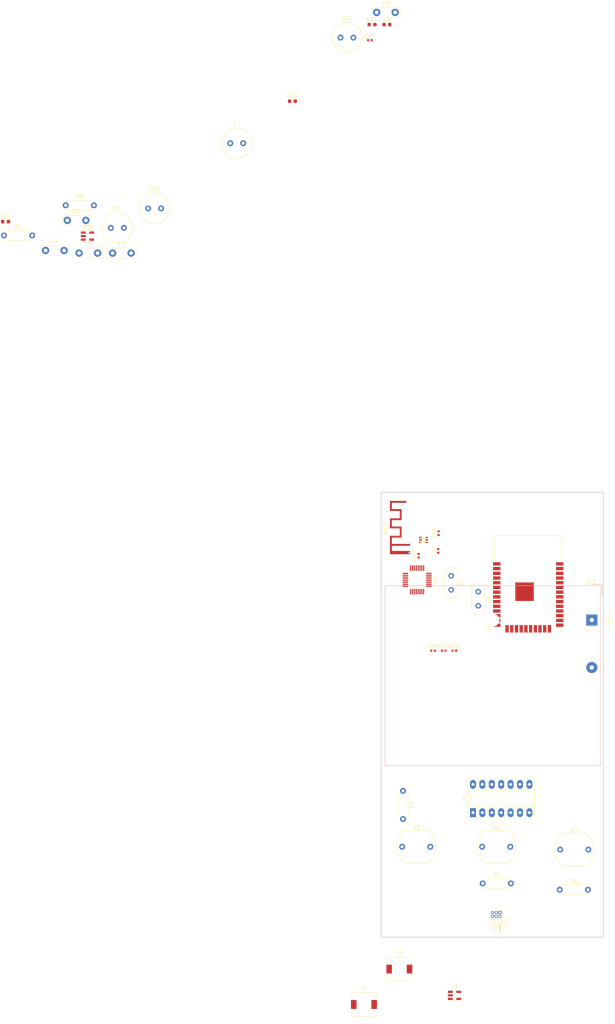
<source format=kicad_pcb>
(kicad_pcb (version 20211014) (generator pcbnew)
  (layers (0 "F.Cu" signal) (31 "B.Cu" signal) (34 "B.Paste" user) (35 "F.Paste" user) (36 "B.SilkS" user "B.Silkscreen") (37 "F.SilkS" user "F.Silkscreen") (38 "B.Mask" user) (39 "F.Mask" user) (44 "Edge.Cuts" user))
  (net 0 "")
  (net 1 "Net-(BT1-Pad1)")
  (net 2 "Net-(BT1-Pad2)")
  (net 3 "Net-(C1-Pad1)")
  (net 4 "GND")
  (net 5 "+3V3")
  (net 6 "TEMP_CS")
  (net 7 "GNDA")
  (net 8 "VSPI_MISO")
  (net 9 "VSPI_SCK")
  (net 10 "LDR1")
  (net 11 "LDR2")
  (net 12 "LDR3")
  (net 13 "VSPI_MOSI")
  (net 14 "XTAL1")
  (net 15 "XTAL2")
  (net 16 "HSPI_SCK")
  (net 17 "HSPI_MISO")
  (net 18 "HSPI_MOSI")
  (net 19 "HSPI_CS")
  (net 20 "LDR_CS")
  (net 21 "VSPI_CS")
  (net 23 "Net-(ANT1-Pad1)")
  (net 24 "+1V8")
  (net 25 "Net-(L1-Pad2)")
  (net 26 "RST")
  (net 29 "DEEP_SLEEP")
  (net 31 "RF_CS")
  (net 46 "Net-(L2-Pad2)")
  (net 47 "Net-(U4-Pad1)")
  (net 48 "Net-(C10-Pad2)")
  (net 51 "XTAL2_RF")
  (net 52 "XTAL1_RF")
  (net 53 "Net-(C11-Pad2)")
  (net 56 "Net-(C12-Pad1)")
  (net 57 "Net-(C13-Pad1)")
  (net 58 "Net-(C14-Pad2)")
  (net 59 "RFP")
  (net 60 "RFN")
  (footprint "Resistor_THT:R_Axial_DIN0207_L6.3mm_D2.5mm_P7.62mm_Horizontal" (layer "F.Cu") (at 13.178 -31.308)
    (fp_text reference "R1" (at 3.81 -2.37) (layer "F.SilkS"))
    (fp_text value "10k")
    (fp_line (start 0.54 -1.37) (end 7.08 -1.37) (layer "F.SilkS") (width 0.12))
    (fp_line (start 0.54 -1.04) (end 0.54 -1.37) (layer "F.SilkS") (width 0.12))
    (fp_line (start 7.08 1.37) (end 7.08 1.04) (layer "F.SilkS") (width 0.12))
    (fp_line (start 0.54 1.04) (end 0.54 1.37) (layer "F.SilkS") (width 0.12))
    (fp_line (start 0.54 1.37) (end 7.08 1.37) (layer "F.SilkS") (width 0.12))
    (fp_line (start 7.08 -1.37) (end 7.08 -1.04) (layer "F.SilkS") (width 0.12))
    (pad "1" thru_hole circle (at 0 0) (size 1.6 1.6) (drill 0.8) (layers *.Cu *.Mask) (net 3 "Net-(C1-Pad1)"))
    (pad "2" thru_hole oval (at 7.62 0) (size 1.6 1.6) (drill 0.8) (layers *.Cu *.Mask) (net 5 "+3V3"))
  )
  (footprint "Capacitor_SMD:C_0402_1005Metric" (layer "F.Cu") (at 134.74 80.7)
    (fp_text reference "C18" (at 0 -1.16) (layer "F.SilkS"))
    (fp_text value "12p")
    (fp_line (start -0.107836 -0.36) (end 0.107836 -0.36) (layer "F.SilkS") (width 0.12))
    (fp_line (start -0.107836 0.36) (end 0.107836 0.36) (layer "F.SilkS") (width 0.12))
    (pad "1" smd roundrect (at -0.48 0) (size 0.56 0.62) (layers "F.Cu" "F.Paste" "F.Mask") (net 14 "XTAL1"))
    (pad "2" smd roundrect (at 0.48 0) (size 0.56 0.62) (layers "F.Cu" "F.Paste" "F.Mask") (net 4 "GND"))
  )
  (footprint "Package_DIP:DIP-14_W7.62mm_Socket_LongPads" (layer "F.Cu") (at 139.775 124.4 90)
    (fp_text reference "U5" (at 3.81 -2.33 90) (layer "F.SilkS"))
    (fp_text value "MCP3204")
    (fp_line (start 6.06 16.57) (end 6.06 -1.33) (layer "F.SilkS") (width 0.12))
    (fp_line (start -1.44 -1.39) (end -1.44 16.63) (layer "F.SilkS") (width 0.12))
    (fp_line (start -1.44 16.63) (end 9.06 16.63) (layer "F.SilkS") (width 0.12))
    (fp_line (start 9.06 -1.39) (end -1.44 -1.39) (layer "F.SilkS") (width 0.12))
    (fp_line (start 1.56 -1.33) (end 1.56 16.57) (layer "F.SilkS") (width 0.12))
    (fp_line (start 6.06 -1.33) (end 4.81 -1.33) (layer "F.SilkS") (width 0.12))
    (fp_line (start 2.81 -1.33) (end 1.56 -1.33) (layer "F.SilkS") (width 0.12))
    (fp_line (start 1.56 16.57) (end 6.06 16.57) (layer "F.SilkS") (width 0.12))
    (fp_line (start 9.06 16.63) (end 9.06 -1.39) (layer "F.SilkS") (width 0.12))
    (fp_arc (start 4.81 -1.33) (mid 3.81 -0.33) (end 2.81 -1.33) (layer "F.SilkS") (width 0.12))
    (pad "1" thru_hole rect (at 0 0 90) (size 2.4 1.6) (drill 0.8) (layers *.Cu *.Mask) (net 10 "LDR1"))
    (pad "2" thru_hole oval (at 0 2.54 90) (size 2.4 1.6) (drill 0.8) (layers *.Cu *.Mask) (net 11 "LDR2"))
    (pad "3" thru_hole oval (at 0 5.08 90) (size 2.4 1.6) (drill 0.8) (layers *.Cu *.Mask) (net 12 "LDR3"))
    (pad "4" thru_hole oval (at 0 7.62 90) (size 2.4 1.6) (drill 0.8) (layers *.Cu *.Mask) (net 4 "GND"))
    (pad "5" thru_hole oval (at 0 10.16 90) (size 2.4 1.6) (drill 0.8) (layers *.Cu *.Mask))
    (pad "6" thru_hole oval (at 0 12.7 90) (size 2.4 1.6) (drill 0.8) (layers *.Cu *.Mask))
    (pad "7" thru_hole oval (at 0 15.24 90) (size 2.4 1.6) (drill 0.8) (layers *.Cu *.Mask) (net 4 "GND"))
    (pad "8" thru_hole oval (at 7.62 15.24 90) (size 2.4 1.6) (drill 0.8) (layers *.Cu *.Mask) (net 20 "LDR_CS"))
    (pad "9" thru_hole oval (at 7.62 12.7 90) (size 2.4 1.6) (drill 0.8) (layers *.Cu *.Mask) (net 18 "HSPI_MOSI"))
    (pad "10" thru_hole oval (at 7.62 10.16 90) (size 2.4 1.6) (drill 0.8) (layers *.Cu *.Mask) (net 17 "HSPI_MISO"))
    (pad "11" thru_hole oval (at 7.62 7.62 90) (size 2.4 1.6) (drill 0.8) (layers *.Cu *.Mask) (net 16 "HSPI_SCK"))
    (pad "12" thru_hole oval (at 7.62 5.08 90) (size 2.4 1.6) (drill 0.8) (layers *.Cu *.Mask) (net 7 "GNDA"))
    (pad "13" thru_hole oval (at 7.62 2.54 90) (size 2.4 1.6) (drill 0.8) (layers *.Cu *.Mask) (net 5 "+3V3"))
    (pad "14" thru_hole oval (at 7.62 0 90) (size 2.4 1.6) (drill 0.8) (layers *.Cu *.Mask) (net 5 "+3V3"))
  )
  (footprint "Capacitor_SMD:C_0402_1005Metric" (layer "F.Cu") (at 131.87 80.7)
    (fp_text reference "C16" (at 0 -1.16) (layer "F.SilkS"))
    (fp_text value "12p")
    (fp_line (start -0.107836 -0.36) (end 0.107836 -0.36) (layer "F.SilkS") (width 0.12))
    (fp_line (start -0.107836 0.36) (end 0.107836 0.36) (layer "F.SilkS") (width 0.12))
    (pad "1" smd roundrect (at -0.48 0) (size 0.56 0.62) (layers "F.Cu" "F.Paste" "F.Mask") (net 52 "XTAL1_RF"))
    (pad "2" smd roundrect (at 0.48 0) (size 0.56 0.62) (layers "F.Cu" "F.Paste" "F.Mask") (net 4 "GND"))
  )
  (footprint "SamacSys_Parts:2450FB15L0001E" (layer "F.Cu") (at 126.4 50.8 90)
    (fp_text reference "T1" (at 0 0 90) (layer "F.SilkS") (effects (font (size 1.27 1.27) (thickness 0.254))))
    (fp_text value "2450FB15L0001E" hide)
    (fp_line (start 0.65 -1.6) (end 0.65 -1.6) (layer "F.SilkS") (width 0.1))
    (fp_line (start 0.65 -1.7) (end 0.65 -1.7) (layer "F.SilkS") (width 0.1))
    (fp_arc (start 0.65 -1.6) (mid 0.6 -1.65) (end 0.65 -1.7) (layer "F.SilkS") (width 0.1))
    (fp_arc (start 0.65 -1.7) (mid 0.7 -1.65) (end 0.65 -1.6) (layer "F.SilkS") (width 0.1))
    (pad "1" smd rect locked (at 0.65 -0.8 90) (size 0.35 0.8) (layers "F.Cu" "F.Paste" "F.Mask") (net 23 "Net-(ANT1-Pad1)"))
    (pad "2" smd rect locked (at 0 -0.8 90) (size 0.35 0.8) (layers "F.Cu" "F.Paste" "F.Mask") (net 58 "Net-(C14-Pad2)"))
    (pad "3" smd rect locked (at -0.65 -0.8 90) (size 0.35 0.8) (layers "F.Cu" "F.Paste" "F.Mask") (net 60 "RFN"))
    (pad "4" smd rect locked (at -0.65 0.8 90) (size 0.35 0.8) (layers "F.Cu" "F.Paste" "F.Mask") (net 59 "RFP"))
    (pad "5" smd rect locked (at 0 0.8 90) (size 0.35 0.8) (layers "F.Cu" "F.Paste" "F.Mask") (net 4 "GND"))
    (pad "6" smd rect locked (at 0.65 0.8 90) (size 0.35 0.8) (layers "F.Cu" "F.Paste" "F.Mask") (net 4 "GND"))
  )
  (footprint "Package_TO_SOT_SMD:SOT-23-5" (layer "F.Cu") (at 134.8 173.7)
    (fp_text reference "U1" (at 0 -2.4) (layer "F.SilkS"))
    (fp_text value "TPS62202DBV")
    (fp_line (start 0 1.56) (end 0.8 1.56) (layer "F.SilkS") (width 0.12))
    (fp_line (start 0 -1.56) (end 0.8 -1.56) (layer "F.SilkS") (width 0.12))
    (fp_line (start 0 1.56) (end -0.8 1.56) (layer "F.SilkS") (width 0.12))
    (fp_line (start 0 -1.56) (end -1.8 -1.56) (layer "F.SilkS") (width 0.12))
    (pad "1" smd roundrect (at -1.1375 -0.95) (size 1.325 0.6) (layers "F.Cu" "F.Paste" "F.Mask") (net 1 "Net-(BT1-Pad1)"))
    (pad "2" smd roundrect (at -1.1375 0) (size 1.325 0.6) (layers "F.Cu" "F.Paste" "F.Mask") (net 2 "Net-(BT1-Pad2)"))
    (pad "3" smd roundrect (at -1.1375 0.95) (size 1.325 0.6) (layers "F.Cu" "F.Paste" "F.Mask") (net 1 "Net-(BT1-Pad1)"))
    (pad "4" smd roundrect (at 1.1375 0.95) (size 1.325 0.6) (layers "F.Cu" "F.Paste" "F.Mask") (net 25 "Net-(L1-Pad2)"))
    (pad "5" smd roundrect (at 1.1375 -0.95) (size 1.325 0.6) (layers "F.Cu" "F.Paste" "F.Mask") (net 24 "+1V8"))
  )
  (footprint "Inductor_SMD:L_6.3x6.3_H3" (layer "F.Cu") (at 110.35 176.15)
    (fp_text reference "L1" (at 0 -4.45) (layer "F.SilkS"))
    (fp_text value "10u")
    (fp_line (start -3.3 3.2) (end -3.3 1.5) (layer "F.SilkS") (width 0.12))
    (fp_line (start -3.3 -3.2) (end 3.3 -3.2) (layer "F.SilkS") (width 0.12))
    (fp_line (start 3.3 -3.2) (end 3.3 -1.5) (layer "F.SilkS") (width 0.12))
    (fp_line (start 3.3 1.5) (end 3.3 3.2) (layer "F.SilkS") (width 0.12))
    (fp_line (start -3.3 -1.5) (end -3.3 -3.2) (layer "F.SilkS") (width 0.12))
    (fp_line (start 3.3 3.2) (end -3.3 3.2) (layer "F.SilkS") (width 0.12))
    (pad "1" smd rect (at -2.75 0) (size 1.5 2.4) (layers "F.Cu" "F.Paste" "F.Mask") (net 24 "+1V8"))
    (pad "2" smd rect (at 2.75 0) (size 1.5 2.4) (layers "F.Cu" "F.Paste" "F.Mask") (net 25 "Net-(L1-Pad2)"))
  )
  (footprint "RF_Module:ESP32-WROOM-32" (layer "F.Cu") (at 154.7 65.55)
    (fp_text reference "U2" (at -10.61 8.43 90) (layer "F.SilkS"))
    (fp_text value "ESP32-WROOM-32D")
    (fp_line (start -9.12 -15.865) (end 9.12 -15.865) (layer "F.SilkS") (width 0.12))
    (fp_line (start -9.12 -9.445) (end -9.5 -9.445) (layer "F.SilkS") (width 0.12))
    (fp_line (start -9.12 9.1) (end -9.12 9.88) (layer "F.SilkS") (width 0.12))
    (fp_line (start -9.12 -15.865) (end -9.12 -9.445) (layer "F.SilkS") (width 0.12))
    (fp_line (start 9.12 9.1) (end 9.12 9.88) (layer "F.SilkS") (width 0.12))
    (fp_line (start 9.12 -15.865) (end 9.12 -9.445) (layer "F.SilkS") (width 0.12))
    (fp_line (start 9.12 9.88) (end 8.12 9.88) (layer "F.SilkS") (width 0.12))
    (fp_line (start -9.12 9.88) (end -8.12 9.88) (layer "F.SilkS") (width 0.12))
    (pad "1" smd rect (at -8.5 -8.255) (size 2 0.9) (layers "F.Cu" "F.Paste" "F.Mask") (net 4 "GND"))
    (pad "2" smd rect (at -8.5 -6.985) (size 2 0.9) (layers "F.Cu" "F.Paste" "F.Mask") (net 5 "+3V3"))
    (pad "3" smd rect (at -8.5 -5.715) (size 2 0.9) (layers "F.Cu" "F.Paste" "F.Mask") (net 3 "Net-(C1-Pad1)"))
    (pad "4" smd rect (at -8.5 -4.445) (size 2 0.9) (layers "F.Cu" "F.Paste" "F.Mask"))
    (pad "5" smd rect (at -8.5 -3.175) (size 2 0.9) (layers "F.Cu" "F.Paste" "F.Mask"))
    (pad "6" smd rect (at -8.5 -1.905) (size 2 0.9) (layers "F.Cu" "F.Paste" "F.Mask"))
    (pad "7" smd rect (at -8.5 -0.635) (size 2 0.9) (layers "F.Cu" "F.Paste" "F.Mask"))
    (pad "8" smd rect (at -8.5 0.635) (size 2 0.9) (layers "F.Cu" "F.Paste" "F.Mask") (net 14 "XTAL1"))
    (pad "9" smd rect (at -8.5 1.905) (size 2 0.9) (layers "F.Cu" "F.Paste" "F.Mask") (net 15 "XTAL2"))
    (pad "10" smd rect (at -8.5 3.175) (size 2 0.9) (layers "F.Cu" "F.Paste" "F.Mask"))
    (pad "11" smd rect (at -8.5 4.445) (size 2 0.9) (layers "F.Cu" "F.Paste" "F.Mask"))
    (pad "12" smd rect (at -8.5 5.715) (size 2 0.9) (layers "F.Cu" "F.Paste" "F.Mask"))
    (pad "13" smd rect (at -8.5 6.985) (size 2 0.9) (layers "F.Cu" "F.Paste" "F.Mask") (net 16 "HSPI_SCK"))
    (pad "14" smd rect (at -8.5 8.255) (size 2 0.9) (layers "F.Cu" "F.Paste" "F.Mask") (net 17 "HSPI_MISO"))
    (pad "15" smd rect (at -5.715 9.255 90) (size 2 0.9) (layers "F.Cu" "F.Paste" "F.Mask") (net 4 "GND"))
    (pad "16" smd rect (at -4.445 9.255 90) (size 2 0.9) (layers "F.Cu" "F.Paste" "F.Mask") (net 18 "HSPI_MOSI"))
    (pad "17" smd rect (at -3.175 9.255 90) (size 2 0.9) (layers "F.Cu" "F.Paste" "F.Mask"))
    (pad "18" smd rect (at -1.905 9.255 90) (size 2 0.9) (layers "F.Cu" "F.Paste" "F.Mask"))
    (pad "19" smd rect (at -0.635 9.255 90) (size 2 0.9) (layers "F.Cu" "F.Paste" "F.Mask"))
    (pad "20" smd rect (at 0.635 9.255 90) (size 2 0.9) (layers "F.Cu" "F.Paste" "F.Mask"))
    (pad "21" smd rect (at 1.905 9.255 90) (size 2 0.9) (layers "F.Cu" "F.Paste" "F.Mask"))
    (pad "22" smd rect (at 3.175 9.255 90) (size 2 0.9) (layers "F.Cu" "F.Paste" "F.Mask"))
    (pad "23" smd rect (at 4.445 9.255 90) (size 2 0.9) (layers "F.Cu" "F.Paste" "F.Mask") (net 19 "HSPI_CS"))
    (pad "24" smd rect (at 5.715 9.255 90) (size 2 0.9) (layers "F.Cu" "F.Paste" "F.Mask"))
    (pad "25" smd rect (at 8.5 8.255) (size 2 0.9) (layers "F.Cu" "F.Paste" "F.Mask"))
    (pad "26" smd rect (at 8.5 6.985) (size 2 0.9) (layers "F.Cu" "F.Paste" "F.Mask") (net 20 "LDR_CS"))
    (pad "27" smd rect (at 8.5 5.715) (size 2 0.9) (layers "F.Cu" "F.Paste" "F.Mask") (net 6 "TEMP_CS"))
    (pad "28" smd rect (at 8.5 4.445) (size 2 0.9) (layers "F.Cu" "F.Paste" "F.Mask") (net 31 "RF_CS"))
    (pad "29" smd rect (at 8.5 3.175) (size 2 0.9) (layers "F.Cu" "F.Paste" "F.Mask") (net 21 "VSPI_CS"))
    (pad "30" smd rect (at 8.5 1.905) (size 2 0.9) (layers "F.Cu" "F.Paste" "F.Mask") (net 9 "VSPI_SCK"))
    (pad "31" smd rect (at 8.5 0.635) (size 2 0.9) (layers "F.Cu" "F.Paste" "F.Mask") (net 8 "VSPI_MISO"))
    (pad "32" smd rect (at 8.5 -0.635) (size 2 0.9) (layers "F.Cu" "F.Paste" "F.Mask"))
    (pad "33" smd rect (at 8.5 -1.905) (size 2 0.9) (layers "F.Cu" "F.Paste" "F.Mask") (net 29 "DEEP_SLEEP"))
    (pad "34" smd rect (at 8.5 -3.175) (size 2 0.9) (layers "F.Cu" "F.Paste" "F.Mask"))
    (pad "35" smd rect (at 8.5 -4.445) (size 2 0.9) (layers "F.Cu" "F.Paste" "F.Mask"))
    (pad "36" smd rect (at 8.5 -5.715) (size 2 0.9) (layers "F.Cu" "F.Paste" "F.Mask") (net 26 "RST"))
    (pad "37" smd rect (at 8.5 -6.985) (size 2 0.9) (layers "F.Cu" "F.Paste" "F.Mask") (net 13 "VSPI_MOSI"))
    (pad "38" smd rect (at 8.5 -8.255) (size 2 0.9) (layers "F.Cu" "F.Paste" "F.Mask") (net 4 "GND"))
    (pad "39" smd rect (at -1 -0.755) (size 5 5) (layers "F.Cu" "F.Paste" "F.Mask") (net 4 "GND"))
  )
  (footprint "OptoDevice:R_LDR_10x8.5mm_P7.6mm_Vertical" (layer "F.Cu") (at 142.25 133.604)
    (fp_text reference "R5" (at 3.8 -5.2) (layer "F.SilkS"))
    (fp_text value "LDR03")
    (fp_line (start 0.8 -4.4) (end 6.8 -4.4) (layer "F.SilkS") (width 0.12))
    (fp_line (start 0.8 4.4) (end 6.8 4.4) (layer "F.SilkS") (width 0.12))
    (fp_arc (start 0.8 4.4) (mid -1.525374 0.019809) (end 0.76735 -4.37756) (layer "F.SilkS") (width 0.12))
    (fp_arc (start 6.8 -4.4) (mid 9.125374 -0.019809) (end 6.83265 4.37756) (layer "F.SilkS") (width 0.12))
    (pad "1" thru_hole circle (at 0 0) (size 1.6 1.6) (drill 0.8) (layers *.Cu *.Mask) (net 11 "LDR2"))
    (pad "2" thru_hole circle (at 7.6 0) (size 1.6 1.6) (drill 0.8) (layers *.Cu *.Mask) (net 7 "GNDA"))
  )
  (footprint "Resistor_THT:R_Axial_DIN0207_L6.3mm_D2.5mm_P7.62mm_Horizontal" (layer "F.Cu") (at 142.39 143.5)
    (fp_text reference "R4" (at 3.81 -2.37) (layer "F.SilkS"))
    (fp_text value "330k")
    (fp_line (start 7.08 1.37) (end 7.08 1.04) (layer "F.SilkS") (width 0.12))
    (fp_line (start 0.54 -1.37) (end 7.08 -1.37) (layer "F.SilkS") (width 0.12))
    (fp_line (start 0.54 1.04) (end 0.54 1.37) (layer "F.SilkS") (width 0.12))
    (fp_line (start 7.08 -1.37) (end 7.08 -1.04) (layer "F.SilkS") (width 0.12))
    (fp_line (start 0.54 1.37) (end 7.08 1.37) (layer "F.SilkS") (width 0.12))
    (fp_line (start 0.54 -1.04) (end 0.54 -1.37) (layer "F.SilkS") (width 0.12))
    (pad "1" thru_hole circle (at 0 0) (size 1.6 1.6) (drill 0.8) (layers *.Cu *.Mask) (net 5 "+3V3"))
    (pad "2" thru_hole oval (at 7.62 0) (size 1.6 1.6) (drill 0.8) (layers *.Cu *.Mask) (net 11 "LDR2"))
  )
  (footprint "Crystal:Crystal_HC52-6mm_Vertical" (layer "F.Cu") (at 133.9 60.5 -90)
    (fp_text reference "Y1" (at 1.9 -2.85 90) (layer "F.SilkS"))
    (fp_text value "16M")
    (fp_line (start -0.45 -1.85) (end 4.25 -1.85) (layer "F.SilkS") (width 0.12))
    (fp_line (start -0.45 1.85) (end 4.25 1.85) (layer "F.SilkS") (width 0.12))
    (fp_arc (start -0.45 1.85) (mid -2.3 0) (end -0.45 -1.85) (layer "F.SilkS") (width 0.12))
    (fp_arc (start 4.25 -1.85) (mid 6.1 0) (end 4.25 1.85) (layer "F.SilkS") (width 0.12))
    (pad "1" thru_hole circle (at 0 0 270) (size 1.5 1.5) (drill 0.8) (layers *.Cu *.Mask) (net 52 "XTAL1_RF"))
    (pad "2" thru_hole circle (at 3.8 0 270) (size 1.5 1.5) (drill 0.8) (layers *.Cu *.Mask) (net 51 "XTAL2_RF"))
  )
  (footprint "Resistor_THT:R_Axial_DIN0207_L6.3mm_D2.5mm_P7.62mm_Horizontal" (layer "F.Cu") (at 163.19 145.2)
    (fp_text reference "R6" (at 3.81 -2.37) (layer "F.SilkS"))
    (fp_text value "330k")
    (fp_line (start 7.08 -1.37) (end 7.08 -1.04) (layer "F.SilkS") (width 0.12))
    (fp_line (start 0.54 1.04) (end 0.54 1.37) (layer "F.SilkS") (width 0.12))
    (fp_line (start 0.54 1.37) (end 7.08 1.37) (layer "F.SilkS") (width 0.12))
    (fp_line (start 7.08 1.37) (end 7.08 1.04) (layer "F.SilkS") (width 0.12))
    (fp_line (start 0.54 -1.04) (end 0.54 -1.37) (layer "F.SilkS") (width 0.12))
    (fp_line (start 0.54 -1.37) (end 7.08 -1.37) (layer "F.SilkS") (width 0.12))
    (pad "1" thru_hole circle (at 0 0) (size 1.6 1.6) (drill 0.8) (layers *.Cu *.Mask) (net 5 "+3V3"))
    (pad "2" thru_hole oval (at 7.62 0) (size 1.6 1.6) (drill 0.8) (layers *.Cu *.Mask) (net 12 "LDR3"))
  )
  (footprint "Capacitor_SMD:C_0402_1005Metric" (layer "F.Cu") (at 129 80.7)
    (fp_text reference "C19" (at 0 -1.16) (layer "F.SilkS"))
    (fp_text value "12p")
    (fp_line (start -0.107836 -0.36) (end 0.107836 -0.36) (layer "F.SilkS") (width 0.12))
    (fp_line (start -0.107836 0.36) (end 0.107836 0.36) (layer "F.SilkS") (width 0.12))
    (pad "1" smd roundrect (at -0.48 0) (size 0.56 0.62) (layers "F.Cu" "F.Paste" "F.Mask") (net 15 "XTAL2"))
    (pad "2" smd roundrect (at 0.48 0) (size 0.56 0.62) (layers "F.Cu" "F.Paste" "F.Mask") (net 4 "GND"))
  )
  (footprint "Capacitor_SMD:C_0402_1005Metric" (layer "F.Cu") (at 130.5 49.02 90)
    (fp_text reference "C14" (at 0 -1.16 90) (layer "F.SilkS"))
    (fp_text value "22p")
    (fp_line (start -0.107836 -0.36) (end 0.107836 -0.36) (layer "F.SilkS") (width 0.12))
    (fp_line (start -0.107836 0.36) (end 0.107836 0.36) (layer "F.SilkS") (width 0.12))
    (pad "1" smd roundrect (at -0.48 0 90) (size 0.56 0.62) (layers "F.Cu" "F.Paste" "F.Mask") (net 4 "GND"))
    (pad "2" smd roundrect (at 0.48 0 90) (size 0.56 0.62) (layers "F.Cu" "F.Paste" "F.Mask") (net 58 "Net-(C14-Pad2)"))
  )
  (footprint "Package_TO_SOT_SMD:SOT-23-5" (layer "F.Cu") (at 35.718 -31.138)
    (fp_text reference "U3" (at 0 -2.4) (layer "F.SilkS"))
    (fp_text value "TPS62203DBV")
    (fp_line (start 0 -1.56) (end 0.8 -1.56) (layer "F.SilkS") (width 0.12))
    (fp_line (start 0 -1.56) (end -1.8 -1.56) (layer "F.SilkS") (width 0.12))
    (fp_line (start 0 1.56) (end -0.8 1.56) (layer "F.SilkS") (width 0.12))
    (fp_line (start 0 1.56) (end 0.8 1.56) (layer "F.SilkS") (width 0.12))
    (pad "1" smd roundrect (at -1.1375 -0.95) (size 1.325 0.6) (layers "F.Cu" "F.Paste" "F.Mask") (net 1 "Net-(BT1-Pad1)"))
    (pad "2" smd roundrect (at -1.1375 0) (size 1.325 0.6) (layers "F.Cu" "F.Paste" "F.Mask") (net 2 "Net-(BT1-Pad2)"))
    (pad "3" smd roundrect (at -1.1375 0.95) (size 1.325 0.6) (layers "F.Cu" "F.Paste" "F.Mask") (net 1 "Net-(BT1-Pad1)"))
    (pad "4" smd roundrect (at 1.1375 0.95) (size 1.325 0.6) (layers "F.Cu" "F.Paste" "F.Mask") (net 46 "Net-(L2-Pad2)"))
    (pad "5" smd roundrect (at 1.1375 -0.95) (size 1.325 0.6) (layers "F.Cu" "F.Paste" "F.Mask") (net 5 "+3V3"))
  )
  (footprint "Capacitor_THT:C_Disc_D7.5mm_W2.5mm_P5.00mm" (layer "F.Cu") (at 24.398 -27.258)
    (fp_text reference "C4" (at 2.5 -2.5) (layer "F.SilkS"))
    (fp_text value "10u")
    (fp_line (start -1.37 -1.37) (end 6.37 -1.37) (layer "F.SilkS") (width 0.12))
    (fp_line (start -1.37 -1.37) (end -1.37 1.37) (layer "F.SilkS") (width 0.12))
    (fp_line (start -1.37 1.37) (end 6.37 1.37) (layer "F.SilkS") (width 0.12))
    (fp_line (start 6.37 -1.37) (end 6.37 1.37) (layer "F.SilkS") (width 0.12))
    (pad "1" thru_hole circle (at 0 0) (size 2 2) (drill 1) (layers *.Cu *.Mask) (net 24 "+1V8"))
    (pad "2" thru_hole circle (at 5 0) (size 2 2) (drill 1) (layers *.Cu *.Mask) (net 2 "Net-(BT1-Pad2)"))
  )
  (footprint "Capacitor_SMD:C_0402_1005Metric" (layer "F.Cu") (at 111.968 -83.998)
    (fp_text reference "C17" (at 0 -1.16) (layer "F.SilkS"))
    (fp_text value "12p")
    (fp_line (start -0.107836 0.36) (end 0.107836 0.36) (layer "F.SilkS") (width 0.12))
    (fp_line (start -0.107836 -0.36) (end 0.107836 -0.36) (layer "F.SilkS") (width 0.12))
    (pad "1" smd roundrect (at -0.48 0) (size 0.56 0.62) (layers "F.Cu" "F.Paste" "F.Mask") (net 51 "XTAL2_RF"))
    (pad "2" smd roundrect (at 0.48 0) (size 0.56 0.62) (layers "F.Cu" "F.Paste" "F.Mask") (net 4 "GND"))
  )
  (footprint "Capacitor_THT:C_Disc_D7.5mm_W2.5mm_P5.00mm" (layer "F.Cu") (at 30.278 -35.388)
    (fp_text reference "C2" (at 2.5 -2.5) (layer "F.SilkS"))
    (fp_text value "4.7u")
    (fp_line (start -1.37 1.37) (end 6.37 1.37) (layer "F.SilkS") (width 0.12))
    (fp_line (start -1.37 -1.37) (end 6.37 -1.37) (layer "F.SilkS") (width 0.12))
    (fp_line (start -1.37 -1.37) (end -1.37 1.37) (layer "F.SilkS") (width 0.12))
    (fp_line (start 6.37 -1.37) (end 6.37 1.37) (layer "F.SilkS") (width 0.12))
    (pad "1" thru_hole circle (at 0 0) (size 2 2) (drill 1) (layers *.Cu *.Mask) (net 1 "Net-(BT1-Pad1)"))
    (pad "2" thru_hole circle (at 5 0) (size 2 2) (drill 1) (layers *.Cu *.Mask) (net 2 "Net-(BT1-Pad2)"))
  )
  (footprint "Capacitor_THT:C_Radial_D8.0mm_H11.5mm_P3.50mm" (layer "F.Cu") (at 104.008 -84.688)
    (fp_text reference "C15" (at 1.75 -5.25) (layer "F.SilkS"))
    (fp_text value "1u")
    (fp_circle (center 1.75 0) (end 5.87 0) (layer "F.SilkS") (width 0.12) (fill none))
    (pad "1" thru_hole circle (at 0 0) (size 1.6 1.6) (drill 0.8) (layers *.Cu *.Mask) (net 4 "GND"))
    (pad "2" thru_hole circle (at 3.5 0) (size 1.6 1.6) (drill 0.8) (layers *.Cu *.Mask) (net 5 "+3V3"))
  )
  (footprint "OptoDevice:R_LDR_10x8.5mm_P7.6mm_Vertical" (layer "F.Cu") (at 120.66 133.604)
    (fp_text reference "R3" (at 3.8 -5.2) (layer "F.SilkS"))
    (fp_text value "LDR03")
    (fp_line (start 0.8 -4.4) (end 6.8 -4.4) (layer "F.SilkS") (width 0.12))
    (fp_line (start 0.8 4.4) (end 6.8 4.4) (layer "F.SilkS") (width 0.12))
    (fp_arc (start 6.8 -4.4) (mid 9.125374 -0.019809) (end 6.83265 4.37756) (layer "F.SilkS") (width 0.12))
    (fp_arc (start 0.8 4.4) (mid -1.525374 0.019809) (end 0.76735 -4.37756) (layer "F.SilkS") (width 0.12))
    (pad "1" thru_hole circle (at 0 0) (size 1.6 1.6) (drill 0.8) (layers *.Cu *.Mask) (net 10 "LDR1"))
    (pad "2" thru_hole circle (at 7.6 0) (size 1.6 1.6) (drill 0.8) (layers *.Cu *.Mask) (net 7 "GNDA"))
  )
  (footprint "Capacitor_THT:C_Radial_D8.0mm_H11.5mm_P3.50mm" (layer "F.Cu") (at 42.048 -33.358)
    (fp_text reference "C1" (at 1.75 -5.25) (layer "F.SilkS"))
    (fp_text value "1u")
    (fp_circle (center 1.75 0) (end 5.87 0) (layer "F.SilkS") (width 0.12) (fill none))
    (pad "1" thru_hole circle (at 0 0) (size 1.6 1.6) (drill 0.8) (layers *.Cu *.Mask) (net 3 "Net-(C1-Pad1)"))
    (pad "2" thru_hole circle (at 3.5 0) (size 1.6 1.6) (drill 0.8) (layers *.Cu *.Mask) (net 4 "GND"))
  )
  (footprint "Capacitor_SMD:C_0402_1005Metric" (layer "F.Cu") (at 130.4 53.8 90)
    (fp_text reference "C12" (at 0 -1.16 90) (layer "F.SilkS"))
    (fp_text value "22p")
    (fp_line (start -0.107836 -0.36) (end 0.107836 -0.36) (layer "F.SilkS") (width 0.12))
    (fp_line (start -0.107836 0.36) (end 0.107836 0.36) (layer "F.SilkS") (width 0.12))
    (pad "1" smd roundrect (at -0.48 0 90) (size 0.56 0.62) (layers "F.Cu" "F.Paste" "F.Mask") (net 56 "Net-(C12-Pad1)"))
    (pad "2" smd roundrect (at 0.48 0 90) (size 0.56 0.62) (layers "F.Cu" "F.Paste" "F.Mask") (net 59 "RFP"))
  )
  (footprint "Connector_PinHeader_1.00mm:PinHeader_2x03_P1.00mm_Horizontal" (layer "F.Cu") (at 147.066 151.384 -90)
    (fp_text reference "IC1" (at 2.3 -1.5 90) (layer "F.SilkS"))
    (fp_text value "TMP126NDCKR")
    (fp_line (start 5.16 2.21) (end 3.16 2.21) (layer "F.SilkS") (width 0.12))
    (fp_line (start -0.685 -0.685) (end 0 -0.685) (layer "F.SilkS") (width 0.12))
    (fp_line (start 5.16 0.79) (end 5.16 1.21) (layer "F.SilkS") (width 0.12))
    (fp_line (start 1.84 1.5) (end 3.16 1.5) (layer "F.SilkS") (width 0.12))
    (fp_line (start 3.16 2.56) (end 3.16 -0.56) (layer "F.SilkS") (width 0.12))
    (fp_line (start 3.16 0.79) (end 5.16 0.79) (layer "F.SilkS") (width 0.12))
    (fp_line (start 5.16 1.79) (end 5.16 2.21) (layer "F.SilkS") (width 0.12))
    (fp_line (start 3.16 -0.03) (end 5.16 -0.03) (layer "F.SilkS") (width 0.12))
    (fp_line (start 5.16 -0.21) (end 5.16 0.21) (layer "F.SilkS") (width 0.12))
    (fp_line (start 1.652016 2.21) (end 1.84 2.21) (layer "F.SilkS") (width 0.12))
    (fp_line (start 1.84 -0.56) (end 1.84 2.56) (layer "F.SilkS") (width 0.12))
    (fp_line (start 3.16 1.79) (end 5.16 1.79) (layer "F.SilkS") (width 0.12))
    (fp_line (start 3.16 -0.21) (end 5.16 -0.21) (layer "F.SilkS") (width 0.12))
    (fp_line (start 1.652016 0.79) (end 1.84 0.79) (layer "F.SilkS") (width 0.12))
    (fp_line (start 1.84 0.5) (end 3.16 0.5) (layer "F.SilkS") (width 0.12))
    (fp_line (start 3.16 -0.15) (end 5.16 -0.15) (layer "F.SilkS") (width 0.12))
    (fp_line (start 5.16 0.21) (end 3.16 0.21) (layer "F.SilkS") (width 0.12))
    (fp_line (start 5.16 1.21) (end 3.16 1.21) (layer "F.SilkS") (width 0.12))
    (fp_line (start 1.652016 0.21) (end 1.84 0.21) (layer "F.SilkS") (width 0.12))
    (fp_line (start 1.652016 1.79) (end 1.84 1.79) (layer "F.SilkS") (width 0.12))
    (fp_line (start 3.16 -0.56) (end 1.84 -0.56) (layer "F.SilkS") (width 0.12))
    (fp_line (start 1.652016 -0.21) (end 1.84 -0.21) (layer "F.SilkS") (width 0.12))
    (fp_line (start 1.84 2.56) (end 3.16 2.56) (layer "F.SilkS") (width 0.12))
    (fp_line (start -0.685 0) (end -0.685 -0.685) (layer "F.SilkS") (width 0.12))
    (fp_line (start 3.16 0.09) (end 5.16 0.09) (layer "F.SilkS") (width 0.12))
    (fp_line (start 1.652016 1.21) (end 1.84 1.21) (layer "F.SilkS") (width 0.12))
    (pad "1" thru_hole rect (at 0 0 270) (size 0.85 0.85) (drill 0.5) (layers *.Cu *.Mask) (net 6 "TEMP_CS"))
    (pad "2" thru_hole oval (at 1 0 270) (size 0.85 0.85) (drill 0.5) (layers *.Cu *.Mask) (net 7 "GNDA"))
    (pad "3" thru_hole oval (at 0 1 270) (size 0.85 0.85) (drill 0.5) (layers *.Cu *.Mask) (net 8 "VSPI_MISO"))
    (pad "4" thru_hole oval (at 1 1 270) (size 0.85 0.85) (drill 0.5) (layers *.Cu *.Mask) (net 9 "VSPI_SCK"))
    (pad "5" thru_hole oval (at 0 2 270) (size 0.85 0.85) (drill 0.5) (layers *.Cu *.Mask) (net 4 "GND"))
    (pad "6" thru_hole oval (at 1 2 270) (size 0.85 0.85) (drill 0.5) (layers *.Cu *.Mask) (net 5 "+3V3"))
  )
  (footprint "Capacitor_SMD:C_0603_1608Metric" (layer "F.Cu") (at 112.538 -88.208)
    (fp_text reference "C11" (at 0 -1.43) (layer "F.SilkS"))
    (fp_text value "100n")
    (fp_line (start -0.14058 -0.51) (end 0.14058 -0.51) (layer "F.SilkS") (width 0.12))
    (fp_line (start -0.14058 0.51) (end 0.14058 0.51) (layer "F.SilkS") (width 0.12))
    (pad "1" smd roundrect (at -0.775 0) (size 0.9 0.95) (layers "F.Cu" "F.Paste" "F.Mask") (net 4 "GND"))
    (pad "2" smd roundrect (at 0.775 0) (size 0.9 0.95) (layers "F.Cu" "F.Paste" "F.Mask") (net 53 "Net-(C11-Pad2)"))
  )
  (footprint "Crystal:Crystal_HC52-6mm_Vertical" (layer "F.Cu") (at 141.2 64.8 -90)
    (fp_text reference "Y2" (at 1.9 -2.85 90) (layer "F.SilkS"))
    (fp_text value "40M")
    (fp_line (start -0.45 -1.85) (end 4.25 -1.85) (layer "F.SilkS") (width 0.12))
    (fp_line (start -0.45 1.85) (end 4.25 1.85) (layer "F.SilkS") (width 0.12))
    (fp_arc (start 4.25 -1.85) (mid 6.1 0) (end 4.25 1.85) (layer "F.SilkS") (width 0.12))
    (fp_arc (start -0.45 1.85) (mid -2.3 0) (end -0.45 -1.85) (layer "F.SilkS") (width 0.12))
    (pad "1" thru_hole circle (at 0 0 270) (size 1.5 1.5) (drill 0.8) (layers *.Cu *.Mask) (net 14 "XTAL1"))
    (pad "2" thru_hole circle (at 3.8 0 270) (size 1.5 1.5) (drill 0.8) (layers *.Cu *.Mask) (net 15 "XTAL2"))
  )
  (footprint "Capacitor_THT:C_Radial_D8.0mm_H11.5mm_P3.50mm" (layer "F.Cu") (at 52.098 -38.608)
    (fp_text reference "C20" (at 1.75 -5.25) (layer "F.SilkS"))
    (fp_text value "0.1u")
    (fp_circle (center 1.75 0) (end 5.87 0) (layer "F.SilkS") (width 0.12) (fill none))
    (pad "1" thru_hole circle (at 0 0) (size 1.6 1.6) (drill 0.8) (layers *.Cu *.Mask) (net 5 "+3V3"))
    (pad "2" thru_hole circle (at 3.5 0) (size 1.6 1.6) (drill 0.8) (layers *.Cu *.Mask) (net 4 "GND"))
  )
  (footprint "Capacitor_SMD:C_0402_1005Metric" (layer "F.Cu") (at 125.1 55.08 90)
    (fp_text reference "C13" (at 0 -1.16 90) (layer "F.SilkS"))
    (fp_text value "22p")
    (fp_line (start -0.107836 0.36) (end 0.107836 0.36) (layer "F.SilkS") (width 0.12))
    (fp_line (start -0.107836 -0.36) (end 0.107836 -0.36) (layer "F.SilkS") (width 0.12))
    (pad "1" smd roundrect (at -0.48 0 90) (size 0.56 0.62) (layers "F.Cu" "F.Paste" "F.Mask") (net 57 "Net-(C13-Pad1)"))
    (pad "2" smd roundrect (at 0.48 0 90) (size 0.56 0.62) (layers "F.Cu" "F.Paste" "F.Mask") (net 60 "RFN"))
  )
  (footprint "Capacitor_THT:C_Disc_D7.5mm_W2.5mm_P5.00mm" (layer "F.Cu") (at 33.448 -26.558)
    (fp_text reference "C6" (at 2.5 -2.5) (layer "F.SilkS"))
    (fp_text value "10u")
    (fp_line (start -1.37 -1.37) (end -1.37 1.37) (layer "F.SilkS") (width 0.12))
    (fp_line (start -1.37 1.37) (end 6.37 1.37) (layer "F.SilkS") (width 0.12))
    (fp_line (start -1.37 -1.37) (end 6.37 -1.37) (layer "F.SilkS") (width 0.12))
    (fp_line (start 6.37 -1.37) (end 6.37 1.37) (layer "F.SilkS") (width 0.12))
    (pad "1" thru_hole circle (at 0 0) (size 2 2) (drill 1) (layers *.Cu *.Mask) (net 5 "+3V3"))
    (pad "2" thru_hole circle (at 5 0) (size 2 2) (drill 1) (layers *.Cu *.Mask) (net 2 "Net-(BT1-Pad2)"))
  )
  (footprint "Capacitor_SMD:C_0603_1608Metric" (layer "F.Cu") (at 116.548 -88.208)
    (fp_text reference "C8" (at 0 -1.43) (layer "F.SilkS"))
    (fp_text value "1u")
    (fp_line (start -0.14058 -0.51) (end 0.14058 -0.51) (layer "F.SilkS") (width 0.12))
    (fp_line (start -0.14058 0.51) (end 0.14058 0.51) (layer "F.SilkS") (width 0.12))
    (pad "1" smd roundrect (at -0.775 0) (size 0.9 0.95) (layers "F.Cu" "F.Paste" "F.Mask") (net 4 "GND"))
    (pad "2" smd roundrect (at 0.775 0) (size 0.9 0.95) (layers "F.Cu" "F.Paste" "F.Mask") (net 24 "+1V8"))
  )
  (footprint "Capacitor_SMD:C_0603_1608Metric" (layer "F.Cu") (at 91.038 -67.548)
    (fp_text reference "C10" (at 0 -1.43) (layer "F.SilkS"))
    (fp_text value "100n")
    (fp_line (start -0.14058 0.51) (end 0.14058 0.51) (layer "F.SilkS") (width 0.12))
    (fp_line (start -0.14058 -0.51) (end 0.14058 -0.51) (layer "F.SilkS") (width 0.12))
    (pad "1" smd roundrect (at -0.775 0) (size 0.9 0.95) (layers "F.Cu" "F.Paste" "F.Mask") (net 4 "GND"))
    (pad "2" smd roundrect (at 0.775 0) (size 0.9 0.95) (layers "F.Cu" "F.Paste" "F.Mask") (net 48 "Net-(C10-Pad2)"))
  )
  (footprint "Inductor_SMD:L_6.3x6.3_H3" (layer "F.Cu") (at 119.9 166.6)
    (fp_text reference "L2" (at 0 -4.45) (layer "F.SilkS"))
    (fp_text value "10u")
    (fp_line (start 3.3 -3.2) (end 3.3 -1.5) (layer "F.SilkS") (width 0.12))
    (fp_line (start -3.3 3.2) (end -3.3 1.5) (layer "F.SilkS") (width 0.12))
    (fp_line (start -3.3 -1.5) (end -3.3 -3.2) (layer "F.SilkS") (width 0.12))
    (fp_line (start 3.3 1.5) (end 3.3 3.2) (layer "F.SilkS") (width 0.12))
    (fp_line (start -3.3 -3.2) (end 3.3 -3.2) (layer "F.SilkS") (width 0.12))
    (fp_line (start 3.3 3.2) (end -3.3 3.2) (layer "F.SilkS") (width 0.12))
    (pad "1" smd rect (at -2.75 0) (size 1.5 2.4) (layers "F.Cu" "F.Paste" "F.Mask") (net 5 "+3V3"))
    (pad "2" smd rect (at 2.75 0) (size 1.5 2.4) (layers "F.Cu" "F.Paste" "F.Mask") (net 46 "Net-(L2-Pad2)"))
  )
  (footprint "Package_QFP:LQFP-32_5x5mm_P0.5mm" (layer "F.Cu") (at 124.7 61.6 -90)
    (fp_text reference "U4" (at 0 -4.88 90) (layer "F.SilkS"))
    (fp_text value "AT86RF233-ZU")
    (fp_line (start 2.61 2.61) (end 2.61 2.16) (layer "F.SilkS") (width 0.12))
    (fp_line (start -2.16 -2.61) (end -2.61 -2.61) (layer "F.SilkS") (width 0.12))
    (fp_line (start 2.61 -2.61) (end 2.61 -2.16) (layer "F.SilkS") (width 0.12))
    (fp_line (start 2.16 -2.61) (end 2.61 -2.61) (layer "F.SilkS") (width 0.12))
    (fp_line (start -2.61 2.61) (end -2.61 2.16) (layer "F.SilkS") (width 0.12))
    (fp_line (start -2.16 2.61) (end -2.61 2.61) (layer "F.SilkS") (width 0.12))
    (fp_line (start 2.16 2.61) (end 2.61 2.61) (layer "F.SilkS") (width 0.12))
    (fp_line (start -2.61 -2.16) (end -3.925 -2.16) (layer "F.SilkS") (width 0.12))
    (fp_line (start -2.61 -2.61) (end -2.61 -2.16) (layer "F.SilkS") (width 0.12))
    (pad "1" smd roundrect (at -3.175 -1.75 270) (size 1.5 0.3) (layers "F.Cu" "F.Paste" "F.Mask") (net 47 "Net-(U4-Pad1)"))
    (pad "2" smd roundrect (at -3.175 -1.25 270) (size 1.5 0.3) (layers "F.Cu" "F.Paste" "F.Mask") (net 47 "Net-(U4-Pad1)"))
    (pad "3" smd roundrect (at -3.175 -0.75 270) (size 1.5 0.3) (layers "F.Cu" "F.Paste" "F.Mask") (net 4 "GND"))
    (pad "4" smd roundrect (at -3.175 -0.25 270) (size 1.5 0.3) (layers "F.Cu" "F.Paste" "F.Mask") (net 56 "Net-(C12-Pad1)"))
    (pad "5" smd roundrect (at -3.175 0.25 270) (size 1.5 0.3) (layers "F.Cu" "F.Paste" "F.Mask") (net 57 "Net-(C13-Pad1)"))
    (pad "6" smd roundrect (at -3.175 0.75 270) (size 1.5 0.3) (layers "F.Cu" "F.Paste" "F.Mask") (net 4 "GND"))
    (pad "7" smd roundrect (at -3.175 1.25 270) (size 1.5 0.3) (layers "F.Cu" "F.Paste" "F.Mask") (net 4 "GND"))
    (pad "8" smd roundrect (at -3.175 1.75 270) (size 1.5 0.3) (layers "F.Cu" "F.Paste" "F.Mask") (net 26 "RST"))
    (pad "9" smd roundrect (at -1.75 3.175 270) (size 0.3 1.5) (layers "F.Cu" "F.Paste" "F.Mask") (net 47 "Net-(U4-Pad1)"))
    (pad "10" smd roundrect (at -1.25 3.175 270) (size 0.3 1.5) (layers "F.Cu" "F.Paste" "F.Mask") (net 47 "Net-(U4-Pad1)"))
    (pad "11" smd roundrect (at -0.75 3.175 270) (size 0.3 1.5) (layers "F.Cu" "F.Paste" "F.Mask") (net 29 "DEEP_SLEEP"))
    (pad "12" smd roundrect (at -0.25 3.175 270) (size 0.3 1.5) (layers "F.Cu" "F.Paste" "F.Mask") (net 4 "GND"))
    (pad "13" smd roundrect (at 0.25 3.175 270) (size 0.3 1.5) (layers "F.Cu" "F.Paste" "F.Mask") (net 48 "Net-(C10-Pad2)"))
    (pad "14" smd roundrect (at 0.75 3.175 270) (size 0.3 1.5) (layers "F.Cu" "F.Paste" "F.Mask") (net 48 "Net-(C10-Pad2)"))
    (pad "15" smd roundrect (at 1.25 3.175 270) (size 0.3 1.5) (layers "F.Cu" "F.Paste" "F.Mask") (net 24 "+1V8"))
    (pad "16" smd roundrect (at 1.75 3.175 270) (size 0.3 1.5) (layers "F.Cu" "F.Paste" "F.Mask") (net 4 "GND"))
    (pad "17" smd roundrect (at 3.175 1.75 270) (size 1.5 0.3) (layers "F.Cu" "F.Paste" "F.Mask"))
    (pad "18" smd roundrect (at 3.175 1.25 270) (size 1.5 0.3) (layers "F.Cu" "F.Paste" "F.Mask") (net 4 "GND"))
    (pad "19" smd roundrect (at 3.175 0.75 270) (size 1.5 0.3) (layers "F.Cu" "F.Paste" "F.Mask") (net 16 "HSPI_SCK"))
    (pad "20" smd roundrect (at 3.175 0.25 270) (size 1.5 0.3) (layers "F.Cu" "F.Paste" "F.Mask") (net 17 "HSPI_MISO"))
    (pad "21" smd roundrect (at 3.175 -0.25 270) (size 1.5 0.3) (layers "F.Cu" "F.Paste" "F.Mask") (net 4 "GND"))
    (pad "22" smd roundrect (at 3.175 -0.75 270) (size 1.5 0.3) (layers "F.Cu" "F.Paste" "F.Mask") (net 18 "HSPI_MOSI"))
    (pad "23" smd roundrect (at 3.175 -1.25 270) (size 1.5 0.3) (layers "F.Cu" "F.Paste" "F.Mask") (net 31 "RF_CS"))
    (pad "24" smd roundrect (at 3.175 -1.75 270) (size 1.5 0.3) (layers "F.Cu" "F.Paste" "F.Mask"))
    (pad "25" smd roundrect (at 1.75 -3.175 270) (size 0.3 1.5) (layers "F.Cu" "F.Paste" "F.Mask") (net 51 "XTAL2_RF"))
    (pad "26" smd roundrect (at 1.25 -3.175 270) (size 0.3 1.5) (layers "F.Cu" "F.Paste" "F.Mask") (net 52 "XTAL1_RF"))
    (pad "27" smd roundrect (at 0.75 -3.175 270) (size 0.3 1.5) (layers "F.Cu" "F.Paste" "F.Mask") (net 4 "GND"))
    (pad "28" smd roundrect (at 0.25 -3.175 270) (size 0.3 1.5) (layers "F.Cu" "F.Paste" "F.Mask") (net 24 "+1V8"))
    (pad "29" smd roundrect (at -0.25 -3.175 270) (size 0.3 1.5) (layers "F.Cu" "F.Paste" "F.Mask") (net 53 "Net-(C11-Pad2)"))
    (pad "30" smd roundrect (at -0.75 -3.175 270) (size 0.3 1.5) (layers "F.Cu" "F.Paste" "F.Mask") (net 4 "GND"))
    (pad "31" smd roundrect (at -1.25 -3.175 270) (size 0.3 1.5) (layers "F.Cu" "F.Paste" "F.Mask") (net 4 "GND"))
    (pad "32" smd roundrect (at -1.75 -3.175 270) (size 0.3 1.5) (layers "F.Cu" "F.Paste" "F.Mask") (net 4 "GND"))
  )
  (footprint "Resistor_THT:R_Axial_DIN0207_L6.3mm_D2.5mm_P7.62mm_Horizontal" (layer "F.Cu") (at 29.828 -39.438)
    (fp_text reference "R8" (at 3.81 -2.37) (layer "F.SilkS"))
    (fp_text value "10k")
    (fp_line (start 0.54 1.37) (end 7.08 1.37) (layer "F.SilkS") (width 0.12))
    (fp_line (start 0.54 -1.37) (end 7.08 -1.37) (layer "F.SilkS") (width 0.12))
    (fp_line (start 7.08 -1.37) (end 7.08 -1.04) (layer "F.SilkS") (width 0.12))
    (fp_line (start 7.08 1.37) (end 7.08 1.04) (layer "F.SilkS") (width 0.12))
    (fp_line (start 0.54 1.04) (end 0.54 1.37) (layer "F.SilkS") (width 0.12))
    (fp_line (start 0.54 -1.04) (end 0.54 -1.37) (layer "F.SilkS") (width 0.12))
    (pad "1" thru_hole circle (at 0 0) (size 1.6 1.6) (drill 0.8) (layers *.Cu *.Mask) (net 8 "VSPI_MISO"))
    (pad "2" thru_hole oval (at 7.62 0) (size 1.6 1.6) (drill 0.8) (layers *.Cu *.Mask) (net 13 "VSPI_MOSI"))
  )
  (footprint "Resistor_THT:R_Axial_DIN0207_L6.3mm_D2.5mm_P7.62mm_Horizontal" (layer "F.Cu") (at 120.9 118.5 -90)
    (fp_text reference "R2" (at 3.81 -2.37 90) (layer "F.SilkS"))
    (fp_text value "330k")
    (fp_line (start 7.08 1.37) (end 7.08 1.04) (layer "F.SilkS") (width 0.12))
    (fp_line (start 0.54 1.04) (end 0.54 1.37) (layer "F.SilkS") (width 0.12))
    (fp_line (start 0.54 -1.04) (end 0.54 -1.37) (layer "F.SilkS") (width 0.12))
    (fp_line (start 7.08 -1.37) (end 7.08 -1.04) (layer "F.SilkS") (width 0.12))
    (fp_line (start 0.54 1.37) (end 7.08 1.37) (layer "F.SilkS") (width 0.12))
    (fp_line (start 0.54 -1.37) (end 7.08 -1.37) (layer "F.SilkS") (width 0.12))
    (pad "1" thru_hole circle (at 0 0 270) (size 1.6 1.6) (drill 0.8) (layers *.Cu *.Mask) (net 5 "+3V3"))
    (pad "2" thru_hole oval (at 7.62 0 270) (size 1.6 1.6) (drill 0.8) (layers *.Cu *.Mask) (net 10 "LDR1"))
  )
  (footprint "Capacitor_THT:C_Disc_D7.5mm_W2.5mm_P5.00mm" (layer "F.Cu") (at 113.778 -91.488)
    (fp_text reference "C3" (at 2.5 -2.5) (layer "F.SilkS"))
    (fp_text value "4.7u")
    (fp_line (start 6.37 -1.37) (end 6.37 1.37) (layer "F.SilkS") (width 0.12))
    (fp_line (start -1.37 -1.37) (end 6.37 -1.37) (layer "F.SilkS") (width 0.12))
    (fp_line (start -1.37 -1.37) (end -1.37 1.37) (layer "F.SilkS") (width 0.12))
    (fp_line (start -1.37 1.37) (end 6.37 1.37) (layer "F.SilkS") (width 0.12))
    (pad "1" thru_hole circle (at 0 0) (size 2 2) (drill 1) (layers *.Cu *.Mask) (net 1 "Net-(BT1-Pad1)"))
    (pad "2" thru_hole circle (at 5 0) (size 2 2) (drill 1) (layers *.Cu *.Mask) (net 2 "Net-(BT1-Pad2)"))
  )
  (footprint "Capacitor_THT:C_Radial_D8.0mm_H11.5mm_P3.50mm" (layer "F.Cu") (at 74.258 -56.188)
    (fp_text reference "C7" (at 1.75 -5.25) (layer "F.SilkS"))
    (fp_text value ".1u")
    (fp_circle (center 1.75 0) (end 5.87 0) (layer "F.SilkS") (width 0.12) (fill none))
    (pad "1" thru_hole circle (at 0 0) (size 1.6 1.6) (drill 0.8) (layers *.Cu *.Mask) (net 5 "+3V3"))
    (pad "2" thru_hole circle (at 3.5 0) (size 1.6 1.6) (drill 0.8) (layers *.Cu *.Mask) (net 4 "GND"))
  )
  (footprint "RF_Antenna:Texas_SWRA117D_2.4GHz_Right" (layer "F.Cu") (at 122.525 52.15 90)
    (fp_text reference "ANT1" (at 4.55 -6.41 90) (layer "F.SilkS"))
    (fp_text value "SWRA117D")
    (fp_poly (pts (xy 2.45 -2.51) (xy 4.45 -2.51) (xy 4.45 -5.15) (xy 7.15 -5.15) (xy 7.15 -2.51) (xy 9.15 -2.51) (xy 9.15 -5.15) (xy 11.85 -5.15) (xy 11.85 -0.71) (xy 11.35 -0.71) (xy 11.35 -4.65) (xy 9.65 -4.65) (xy 9.65 -2.01) (xy 6.65 -2.01) (xy 6.65 -4.65) (xy 4.95 -4.65) (xy 4.95 -2.01) (xy 1.95 -2.01) (xy 1.95 -4.65) (xy 0.25 -4.65) (xy 0.25 0.25) (xy -0.25 0.25) (xy -0.25 -4.65) (xy -1.65 -4.65) (xy -1.65 0.25) (xy -2.55 0.25) (xy -2.55 0.006785) (xy -2.247583 0.006785) (xy -2.237742 0.054395) (xy -2.213674 0.096797) (xy -2.175731 0.129581) (xy -2.167819 0.133935) (xy -2.125156 0.146043) (xy -2.076637 0.1453) (xy -2.031122 0.1324) (xy -2.012511 0.121787) (xy -1.978868 0.086553) (xy -1.958309 0.041368) (xy -1.951778 -0.008158) (xy -1.960218 -0.056417) (xy -1.977112 -0.088643) (xy -2.012372 -0.121313) (xy -2.057682 -0.141408) (xy -2.107267 -0.147982) (xy -2.155353 -0.140092) (xy -2.188245 -0.123186) (xy -2.223185 -0.086416) (xy -2.242847 -0.041622) (xy -2.247583 0.006785) (xy -2.55 0.006785) (xy -2.55 -5.15) (xy 2.45 -5.15) (xy 2.45 -2.51)) (layer "F.Cu") (width 0) (fill solid))
    (pad "1" connect rect (at 0 0 90) (size 0.5 0.5) (layers "F.Cu") (net 23 "Net-(ANT1-Pad1)"))
    (pad "2" thru_hole rect (at -2.1 0 90) (size 0.9 0.5) (drill 0.3) (layers *.Cu) (net 4 "GND"))
  )
  (footprint "OptoDevice:R_LDR_10x8.5mm_P7.6mm_Vertical" (layer "F.Cu") (at 163.332 134.366)
    (fp_text reference "R7" (at 3.8 -5.2) (layer "F.SilkS"))
    (fp_text value "LDR03")
    (fp_line (start 0.8 -4.4) (end 6.8 -4.4) (layer "F.SilkS") (width 0.12))
    (fp_line (start 0.8 4.4) (end 6.8 4.4) (layer "F.SilkS") (width 0.12))
    (fp_arc (start 0.8 4.4) (mid -1.525374 0.019809) (end 0.76735 -4.37756) (layer "F.SilkS") (width 0.12))
    (fp_arc (start 6.8 -4.4) (mid 9.125374 -0.019809) (end 6.83265 4.37756) (layer "F.SilkS") (width 0.12))
    (pad "1" thru_hole circle (at 0 0) (size 1.6 1.6) (drill 0.8) (layers *.Cu *.Mask) (net 12 "LDR3"))
    (pad "2" thru_hole circle (at 7.6 0) (size 1.6 1.6) (drill 0.8) (layers *.Cu *.Mask) (net 7 "GNDA"))
  )
  (footprint "Capacitor_THT:C_Disc_D7.5mm_W2.5mm_P5.00mm" (layer "F.Cu") (at 42.498 -26.558)
    (fp_text reference "C5" (at 2.5 -2.5) (layer "F.SilkS"))
    (fp_text value "10u")
    (fp_line (start -1.37 -1.37) (end 6.37 -1.37) (layer "F.SilkS") (width 0.12))
    (fp_line (start -1.37 1.37) (end 6.37 1.37) (layer "F.SilkS") (width 0.12))
    (fp_line (start 6.37 -1.37) (end 6.37 1.37) (layer "F.SilkS") (width 0.12))
    (fp_line (start -1.37 -1.37) (end -1.37 1.37) (layer "F.SilkS") (width 0.12))
    (pad "1" thru_hole circle (at 0 0) (size 2 2) (drill 1) (layers *.Cu *.Mask) (net 5 "+3V3"))
    (pad "2" thru_hole circle (at 5 0) (size 2 2) (drill 1) (layers *.Cu *.Mask) (net 4 "GND"))
  )
  (footprint "Capacitor_SMD:C_0603_1608Metric" (layer "F.Cu") (at 13.608 -35.028)
    (fp_text reference "C9" (at 0 -1.43) (layer "F.SilkS"))
    (fp_text value "1u")
    (fp_line (start -0.14058 0.51) (end 0.14058 0.51) (layer "F.SilkS") (width 0.12))
    (fp_line (start -0.14058 -0.51) (end 0.14058 -0.51) (layer "F.SilkS") (width 0.12))
    (pad "1" smd roundrect (at -0.775 0) (size 0.9 0.95) (layers "F.Cu" "F.Paste" "F.Mask") (net 4 "GND"))
    (pad "2" smd roundrect (at 0.775 0) (size 0.9 0.95) (layers "F.Cu" "F.Paste" "F.Mask") (net 24 "+1V8"))
  )
  (footprint "Battery:BatteryHolder_TruPower_BH-331P_3xAA" (layer "B.Cu") (at 171.8575 72.4425 180)
    (fp_text reference "BT1" (at 0.2 10.35) (layer "F.SilkS"))
    (fp_text value "Battery")
    (fp_text user "+" (at -4.5 0) (layer "F.SilkS") (effects (font (size 3 3))))
    (fp_line (start -2.8 6.65) (end -2.8 9.65) (layer "B.SilkS") (width 0.12))
    (fp_line (start -2.42 9.27) (end -2.42 -39.27) (layer "B.SilkS") (width 0.12))
    (fp_line (start -2.42 -39.27) (end 55.82 -39.27) (layer "B.SilkS") (width 0.12))
    (fp_line (start 55.82 9.27) (end 55.82 -39.27) (layer "B.SilkS") (width 0.12))
    (fp_line (start -2.42 9.27) (end 55.82 9.27) (layer "B.SilkS") (width 0.12))
    (fp_line (start -2.8 9.65) (end 0.2 9.65) (layer "B.SilkS") (width 0.12))
    (pad "" np_thru_hole circle (at 26.7 -30 180) (size 3.5 3.5) (drill 3.5) (layers *.Cu *.Mask))
    (pad "" np_thru_hole circle (at 26.7 0 180) (size 3.5 3.5) (drill 3.5) (layers *.Cu *.Mask))
    (pad "1" thru_hole rect (at 0 0 180) (size 3 3) (drill 1.2) (layers *.Cu *.Mask) (net 1 "Net-(BT1-Pad1)"))
    (pad "2" thru_hole circle (at 0 -12.8 180) (size 3 3) (drill 1.2) (layers *.Cu *.Mask) (net 2 "Net-(BT1-Pad2)"))
  )
  (gr_rect (start 115 38) (end 175 158) (layer "Edge.Cuts") (width 0.2) (fill none))
)
</source>
